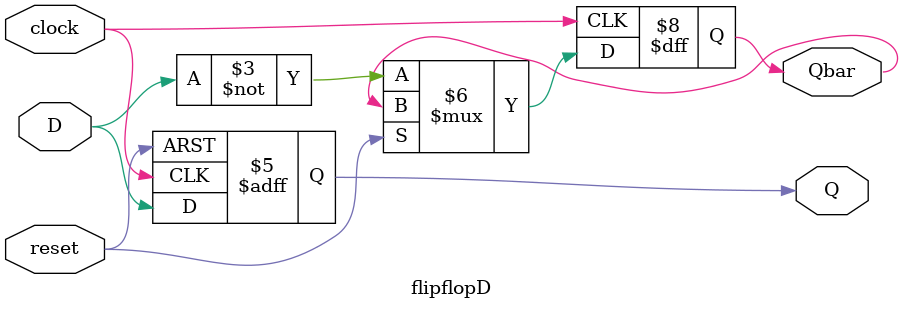
<source format=v>
module flipflopD(clock, D, Q, Qbar, reset);
    input clock, D, reset;
    output reg Q;
    output reg Qbar;

    initial begin
        Q = 1'b0;
    end
    always @(posedge clock, posedge reset) begin
        if(reset == 1'b1) Q = 1'b0;
        else begin
            Q = D;
            Qbar = ~D;
        end
    end
endmodule

</source>
